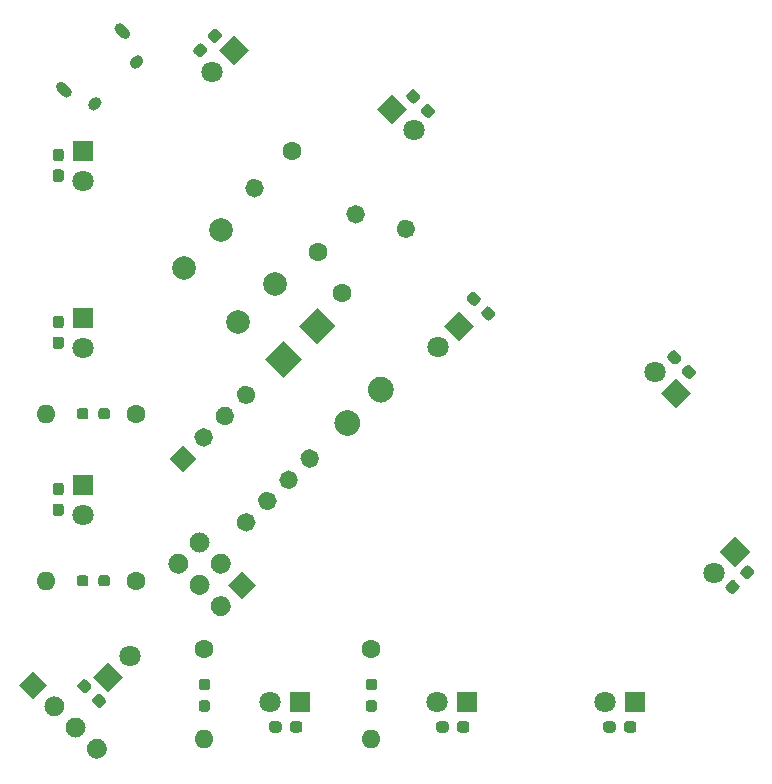
<source format=gts>
G04 #@! TF.GenerationSoftware,KiCad,Pcbnew,5.1.7-a382d34a88~90~ubuntu20.04.1*
G04 #@! TF.CreationDate,2022-01-21T18:01:13-05:00*
G04 #@! TF.ProjectId,cr2022012001-12-leds-board,63723230-3232-4303-9132-3030312d3132,rev?*
G04 #@! TF.SameCoordinates,Original*
G04 #@! TF.FileFunction,Soldermask,Top*
G04 #@! TF.FilePolarity,Negative*
%FSLAX46Y46*%
G04 Gerber Fmt 4.6, Leading zero omitted, Abs format (unit mm)*
G04 Created by KiCad (PCBNEW 5.1.7-a382d34a88~90~ubuntu20.04.1) date 2022-01-21 18:01:13*
%MOMM*%
%LPD*%
G01*
G04 APERTURE LIST*
%ADD10C,0.100000*%
%ADD11C,2.000000*%
%ADD12C,1.600000*%
%ADD13O,1.600000X1.600000*%
%ADD14C,1.800000*%
%ADD15R,1.800000X1.800000*%
G04 APERTURE END LIST*
G36*
G01*
X159492981Y-37610932D02*
X159026291Y-37144242D01*
G75*
G02*
X159026291Y-36514916I314663J314663D01*
G01*
X159026291Y-36514916D01*
G75*
G02*
X159655617Y-36514916I314663J-314663D01*
G01*
X160122307Y-36981606D01*
G75*
G02*
X160122307Y-37610932I-314663J-314663D01*
G01*
X160122307Y-37610932D01*
G75*
G02*
X159492981Y-37610932I-314663J314663D01*
G01*
G37*
G36*
G01*
X154543233Y-42560680D02*
X154076543Y-42093990D01*
G75*
G02*
X154076543Y-41464664I314663J314663D01*
G01*
X154076543Y-41464664D01*
G75*
G02*
X154705869Y-41464664I314663J-314663D01*
G01*
X155172559Y-41931354D01*
G75*
G02*
X155172559Y-42560680I-314663J-314663D01*
G01*
X155172559Y-42560680D01*
G75*
G02*
X154543233Y-42560680I-314663J314663D01*
G01*
G37*
G36*
G01*
X160334438Y-40121162D02*
X160334438Y-40121162D01*
G75*
G02*
X160334438Y-39449410I335876J335876D01*
G01*
X160546570Y-39237278D01*
G75*
G02*
X161218322Y-39237278I335876J-335876D01*
G01*
X161218322Y-39237278D01*
G75*
G02*
X161218322Y-39909030I-335876J-335876D01*
G01*
X161006190Y-40121162D01*
G75*
G02*
X160334438Y-40121162I-335876J335876D01*
G01*
G37*
G36*
G01*
X156798905Y-43656695D02*
X156798905Y-43656695D01*
G75*
G02*
X156798905Y-42984943I335876J335876D01*
G01*
X157011037Y-42772811D01*
G75*
G02*
X157682789Y-42772811I335876J-335876D01*
G01*
X157682789Y-42772811D01*
G75*
G02*
X157682789Y-43444563I-335876J-335876D01*
G01*
X157470657Y-43656695D01*
G75*
G02*
X156798905Y-43656695I-335876J335876D01*
G01*
G37*
G36*
G01*
X180423665Y-93717821D02*
X180898665Y-93717821D01*
G75*
G02*
X181136165Y-93955321I0J-237500D01*
G01*
X181136165Y-94455321D01*
G75*
G02*
X180898665Y-94692821I-237500J0D01*
G01*
X180423665Y-94692821D01*
G75*
G02*
X180186165Y-94455321I0J237500D01*
G01*
X180186165Y-93955321D01*
G75*
G02*
X180423665Y-93717821I237500J0D01*
G01*
G37*
G36*
G01*
X180423665Y-91892821D02*
X180898665Y-91892821D01*
G75*
G02*
X181136165Y-92130321I0J-237500D01*
G01*
X181136165Y-92630321D01*
G75*
G02*
X180898665Y-92867821I-237500J0D01*
G01*
X180423665Y-92867821D01*
G75*
G02*
X180186165Y-92630321I0J237500D01*
G01*
X180186165Y-92130321D01*
G75*
G02*
X180423665Y-91892821I237500J0D01*
G01*
G37*
G36*
G01*
X166281530Y-93717821D02*
X166756530Y-93717821D01*
G75*
G02*
X166994030Y-93955321I0J-237500D01*
G01*
X166994030Y-94455321D01*
G75*
G02*
X166756530Y-94692821I-237500J0D01*
G01*
X166281530Y-94692821D01*
G75*
G02*
X166044030Y-94455321I0J237500D01*
G01*
X166044030Y-93955321D01*
G75*
G02*
X166281530Y-93717821I237500J0D01*
G01*
G37*
G36*
G01*
X166281530Y-91892821D02*
X166756530Y-91892821D01*
G75*
G02*
X166994030Y-92130321I0J-237500D01*
G01*
X166994030Y-92630321D01*
G75*
G02*
X166756530Y-92867821I-237500J0D01*
G01*
X166281530Y-92867821D01*
G75*
G02*
X166044030Y-92630321I0J237500D01*
G01*
X166044030Y-92130321D01*
G75*
G02*
X166281530Y-91892821I237500J0D01*
G01*
G37*
G36*
G01*
X156696248Y-83361219D02*
X156696248Y-83836219D01*
G75*
G02*
X156458748Y-84073719I-237500J0D01*
G01*
X155958748Y-84073719D01*
G75*
G02*
X155721248Y-83836219I0J237500D01*
G01*
X155721248Y-83361219D01*
G75*
G02*
X155958748Y-83123719I237500J0D01*
G01*
X156458748Y-83123719D01*
G75*
G02*
X156696248Y-83361219I0J-237500D01*
G01*
G37*
G36*
G01*
X158521248Y-83361219D02*
X158521248Y-83836219D01*
G75*
G02*
X158283748Y-84073719I-237500J0D01*
G01*
X157783748Y-84073719D01*
G75*
G02*
X157546248Y-83836219I0J237500D01*
G01*
X157546248Y-83361219D01*
G75*
G02*
X157783748Y-83123719I237500J0D01*
G01*
X158283748Y-83123719D01*
G75*
G02*
X158521248Y-83361219I0J-237500D01*
G01*
G37*
G36*
G01*
X156696248Y-69219084D02*
X156696248Y-69694084D01*
G75*
G02*
X156458748Y-69931584I-237500J0D01*
G01*
X155958748Y-69931584D01*
G75*
G02*
X155721248Y-69694084I0J237500D01*
G01*
X155721248Y-69219084D01*
G75*
G02*
X155958748Y-68981584I237500J0D01*
G01*
X156458748Y-68981584D01*
G75*
G02*
X156696248Y-69219084I0J-237500D01*
G01*
G37*
G36*
G01*
X158521248Y-69219084D02*
X158521248Y-69694084D01*
G75*
G02*
X158283748Y-69931584I-237500J0D01*
G01*
X157783748Y-69931584D01*
G75*
G02*
X157546248Y-69694084I0J237500D01*
G01*
X157546248Y-69219084D01*
G75*
G02*
X157783748Y-68981584I237500J0D01*
G01*
X158283748Y-68981584D01*
G75*
G02*
X158521248Y-69219084I0J-237500D01*
G01*
G37*
G36*
G01*
X163711815Y-82757263D02*
X163711815Y-82757263D01*
G75*
G02*
X163711815Y-81555181I601041J601041D01*
G01*
X163711815Y-81555181D01*
G75*
G02*
X164913897Y-81555181I601041J-601041D01*
G01*
X164913897Y-81555181D01*
G75*
G02*
X164913897Y-82757263I-601041J-601041D01*
G01*
X164913897Y-82757263D01*
G75*
G02*
X163711815Y-82757263I-601041J601041D01*
G01*
G37*
G36*
G01*
X165507867Y-80961212D02*
X165507867Y-80961212D01*
G75*
G02*
X165507867Y-79759130I601041J601041D01*
G01*
X165507867Y-79759130D01*
G75*
G02*
X166709949Y-79759130I601041J-601041D01*
G01*
X166709949Y-79759130D01*
G75*
G02*
X166709949Y-80961212I-601041J-601041D01*
G01*
X166709949Y-80961212D01*
G75*
G02*
X165507867Y-80961212I-601041J601041D01*
G01*
G37*
G36*
G01*
X165507867Y-84553314D02*
X165507867Y-84553314D01*
G75*
G02*
X165507867Y-83351232I601041J601041D01*
G01*
X165507867Y-83351232D01*
G75*
G02*
X166709949Y-83351232I601041J-601041D01*
G01*
X166709949Y-83351232D01*
G75*
G02*
X166709949Y-84553314I-601041J-601041D01*
G01*
X166709949Y-84553314D01*
G75*
G02*
X165507867Y-84553314I-601041J601041D01*
G01*
G37*
G36*
G01*
X167303918Y-82757263D02*
X167303918Y-82757263D01*
G75*
G02*
X167303918Y-81555181I601041J601041D01*
G01*
X167303918Y-81555181D01*
G75*
G02*
X168506000Y-81555181I601041J-601041D01*
G01*
X168506000Y-81555181D01*
G75*
G02*
X168506000Y-82757263I-601041J-601041D01*
G01*
X168506000Y-82757263D01*
G75*
G02*
X167303918Y-82757263I-601041J601041D01*
G01*
G37*
G36*
G01*
X167303918Y-86349365D02*
X167303918Y-86349365D01*
G75*
G02*
X167303918Y-85147283I601041J601041D01*
G01*
X167303918Y-85147283D01*
G75*
G02*
X168506000Y-85147283I601041J-601041D01*
G01*
X168506000Y-85147283D01*
G75*
G02*
X168506000Y-86349365I-601041J-601041D01*
G01*
X168506000Y-86349365D01*
G75*
G02*
X167303918Y-86349365I-601041J601041D01*
G01*
G37*
D10*
G36*
X169701010Y-85154355D02*
G01*
X168498928Y-83952273D01*
X169701010Y-82750191D01*
X170903092Y-83952273D01*
X169701010Y-85154355D01*
G37*
G36*
G01*
X177846881Y-69470727D02*
X177846881Y-69470727D01*
G75*
G02*
X179402515Y-69470727I777817J-777817D01*
G01*
X179402515Y-69470727D01*
G75*
G02*
X179402515Y-71026361I-777817J-777817D01*
G01*
X179402515Y-71026361D01*
G75*
G02*
X177846881Y-71026361I-777817J777817D01*
G01*
X177846881Y-71026361D01*
G75*
G02*
X177846881Y-69470727I777817J777817D01*
G01*
G37*
G36*
X171680909Y-64860390D02*
G01*
X173236544Y-63304755D01*
X174792179Y-64860390D01*
X173236544Y-66416025D01*
X171680909Y-64860390D01*
G37*
G36*
G01*
X180675308Y-66642300D02*
X180675308Y-66642300D01*
G75*
G02*
X182230942Y-66642300I777817J-777817D01*
G01*
X182230942Y-66642300D01*
G75*
G02*
X182230942Y-68197934I-777817J-777817D01*
G01*
X182230942Y-68197934D01*
G75*
G02*
X180675308Y-68197934I-777817J777817D01*
G01*
X180675308Y-68197934D01*
G75*
G02*
X180675308Y-66642300I777817J777817D01*
G01*
G37*
G36*
X174509336Y-62031963D02*
G01*
X176064971Y-60476328D01*
X177620606Y-62031963D01*
X176064971Y-63587598D01*
X174509336Y-62031963D01*
G37*
G36*
G01*
X169488879Y-78083287D02*
X169488879Y-78083287D01*
G75*
G02*
X170620249Y-78083287I565685J-565685D01*
G01*
X170620249Y-78083287D01*
G75*
G02*
X170620249Y-79214657I-565685J-565685D01*
G01*
X170620249Y-79214657D01*
G75*
G02*
X169488879Y-79214657I-565685J565685D01*
G01*
X169488879Y-79214657D01*
G75*
G02*
X169488879Y-78083287I565685J565685D01*
G01*
G37*
G36*
G01*
X169488879Y-67306979D02*
X169488879Y-67306979D01*
G75*
G02*
X170620249Y-67306979I565685J-565685D01*
G01*
X170620249Y-67306979D01*
G75*
G02*
X170620249Y-68438349I-565685J-565685D01*
G01*
X170620249Y-68438349D01*
G75*
G02*
X169488879Y-68438349I-565685J565685D01*
G01*
X169488879Y-68438349D01*
G75*
G02*
X169488879Y-67306979I565685J565685D01*
G01*
G37*
G36*
G01*
X171284930Y-76287235D02*
X171284930Y-76287235D01*
G75*
G02*
X172416300Y-76287235I565685J-565685D01*
G01*
X172416300Y-76287235D01*
G75*
G02*
X172416300Y-77418605I-565685J-565685D01*
G01*
X172416300Y-77418605D01*
G75*
G02*
X171284930Y-77418605I-565685J565685D01*
G01*
X171284930Y-77418605D01*
G75*
G02*
X171284930Y-76287235I565685J565685D01*
G01*
G37*
G36*
G01*
X167692827Y-69103031D02*
X167692827Y-69103031D01*
G75*
G02*
X168824197Y-69103031I565685J-565685D01*
G01*
X168824197Y-69103031D01*
G75*
G02*
X168824197Y-70234401I-565685J-565685D01*
G01*
X168824197Y-70234401D01*
G75*
G02*
X167692827Y-70234401I-565685J565685D01*
G01*
X167692827Y-70234401D01*
G75*
G02*
X167692827Y-69103031I565685J565685D01*
G01*
G37*
G36*
G01*
X173080981Y-74491184D02*
X173080981Y-74491184D01*
G75*
G02*
X174212351Y-74491184I565685J-565685D01*
G01*
X174212351Y-74491184D01*
G75*
G02*
X174212351Y-75622554I-565685J-565685D01*
G01*
X174212351Y-75622554D01*
G75*
G02*
X173080981Y-75622554I-565685J565685D01*
G01*
X173080981Y-75622554D01*
G75*
G02*
X173080981Y-74491184I565685J565685D01*
G01*
G37*
G36*
G01*
X165896776Y-70899082D02*
X165896776Y-70899082D01*
G75*
G02*
X167028146Y-70899082I565685J-565685D01*
G01*
X167028146Y-70899082D01*
G75*
G02*
X167028146Y-72030452I-565685J-565685D01*
G01*
X167028146Y-72030452D01*
G75*
G02*
X165896776Y-72030452I-565685J565685D01*
G01*
X165896776Y-72030452D01*
G75*
G02*
X165896776Y-70899082I565685J565685D01*
G01*
G37*
G36*
G01*
X174877032Y-72695133D02*
X174877032Y-72695133D01*
G75*
G02*
X176008402Y-72695133I565685J-565685D01*
G01*
X176008402Y-72695133D01*
G75*
G02*
X176008402Y-73826503I-565685J-565685D01*
G01*
X176008402Y-73826503D01*
G75*
G02*
X174877032Y-73826503I-565685J565685D01*
G01*
X174877032Y-73826503D01*
G75*
G02*
X174877032Y-72695133I565685J565685D01*
G01*
G37*
G36*
X163535039Y-73260818D02*
G01*
X164666410Y-72129447D01*
X165797781Y-73260818D01*
X164666410Y-74392189D01*
X163535039Y-73260818D01*
G37*
D11*
X167933243Y-53900235D03*
X164751262Y-57082215D03*
X172529437Y-58496429D03*
X169347456Y-61678410D03*
G36*
G01*
X178766120Y-52005189D02*
X178766120Y-52005189D01*
G75*
G02*
X179897490Y-52005189I565685J-565685D01*
G01*
X179897490Y-52005189D01*
G75*
G02*
X179897490Y-53136559I-565685J-565685D01*
G01*
X179897490Y-53136559D01*
G75*
G02*
X178766120Y-53136559I-565685J565685D01*
G01*
X178766120Y-53136559D01*
G75*
G02*
X178766120Y-52005189I565685J565685D01*
G01*
G37*
D12*
X173943651Y-47182720D03*
G36*
G01*
X171327355Y-50930385D02*
X171327355Y-50930385D01*
G75*
G02*
X170195985Y-50930385I-565685J565685D01*
G01*
X170195985Y-50930385D01*
G75*
G02*
X170195985Y-49799015I565685J565685D01*
G01*
X170195985Y-49799015D01*
G75*
G02*
X171327355Y-49799015I565685J-565685D01*
G01*
X171327355Y-49799015D01*
G75*
G02*
X171327355Y-50930385I-565685J-565685D01*
G01*
G37*
X176149824Y-55752854D03*
G36*
G01*
X183008761Y-54381066D02*
X183008761Y-54381066D01*
G75*
G02*
X183008761Y-53249696I565685J565685D01*
G01*
X183008761Y-53249696D01*
G75*
G02*
X184140131Y-53249696I565685J-565685D01*
G01*
X184140131Y-53249696D01*
G75*
G02*
X184140131Y-54381066I-565685J-565685D01*
G01*
X184140131Y-54381066D01*
G75*
G02*
X183008761Y-54381066I-565685J565685D01*
G01*
G37*
X178186292Y-59203535D03*
D13*
X180661165Y-97033748D03*
D12*
X180661165Y-89413748D03*
D13*
X166519030Y-97033748D03*
D12*
X166519030Y-89413748D03*
D13*
X153084001Y-83598719D03*
D12*
X160704001Y-83598719D03*
D13*
X153084001Y-69456584D03*
D12*
X160704001Y-69456584D03*
G36*
G01*
X156810454Y-98426749D02*
X156810454Y-98426749D01*
G75*
G02*
X156810454Y-97224667I601041J601041D01*
G01*
X156810454Y-97224667D01*
G75*
G02*
X158012536Y-97224667I601041J-601041D01*
G01*
X158012536Y-97224667D01*
G75*
G02*
X158012536Y-98426749I-601041J-601041D01*
G01*
X158012536Y-98426749D01*
G75*
G02*
X156810454Y-98426749I-601041J601041D01*
G01*
G37*
G36*
G01*
X155014402Y-96630697D02*
X155014402Y-96630697D01*
G75*
G02*
X155014402Y-95428615I601041J601041D01*
G01*
X155014402Y-95428615D01*
G75*
G02*
X156216484Y-95428615I601041J-601041D01*
G01*
X156216484Y-95428615D01*
G75*
G02*
X156216484Y-96630697I-601041J-601041D01*
G01*
X156216484Y-96630697D01*
G75*
G02*
X155014402Y-96630697I-601041J601041D01*
G01*
G37*
G36*
G01*
X153218351Y-94834646D02*
X153218351Y-94834646D01*
G75*
G02*
X153218351Y-93632564I601041J601041D01*
G01*
X153218351Y-93632564D01*
G75*
G02*
X154420433Y-93632564I601041J-601041D01*
G01*
X154420433Y-93632564D01*
G75*
G02*
X154420433Y-94834646I-601041J-601041D01*
G01*
X154420433Y-94834646D01*
G75*
G02*
X153218351Y-94834646I-601041J601041D01*
G01*
G37*
D10*
G36*
X152023341Y-93639636D02*
G01*
X150821259Y-92437554D01*
X152023341Y-91235472D01*
X153225423Y-92437554D01*
X152023341Y-93639636D01*
G37*
G36*
G01*
X153907161Y-77063312D02*
X154382161Y-77063312D01*
G75*
G02*
X154619661Y-77300812I0J-237500D01*
G01*
X154619661Y-77875812D01*
G75*
G02*
X154382161Y-78113312I-237500J0D01*
G01*
X153907161Y-78113312D01*
G75*
G02*
X153669661Y-77875812I0J237500D01*
G01*
X153669661Y-77300812D01*
G75*
G02*
X153907161Y-77063312I237500J0D01*
G01*
G37*
G36*
G01*
X153907161Y-75313312D02*
X154382161Y-75313312D01*
G75*
G02*
X154619661Y-75550812I0J-237500D01*
G01*
X154619661Y-76125812D01*
G75*
G02*
X154382161Y-76363312I-237500J0D01*
G01*
X153907161Y-76363312D01*
G75*
G02*
X153669661Y-76125812I0J237500D01*
G01*
X153669661Y-75550812D01*
G75*
G02*
X153907161Y-75313312I237500J0D01*
G01*
G37*
G36*
G01*
X153907161Y-62921177D02*
X154382161Y-62921177D01*
G75*
G02*
X154619661Y-63158677I0J-237500D01*
G01*
X154619661Y-63733677D01*
G75*
G02*
X154382161Y-63971177I-237500J0D01*
G01*
X153907161Y-63971177D01*
G75*
G02*
X153669661Y-63733677I0J237500D01*
G01*
X153669661Y-63158677D01*
G75*
G02*
X153907161Y-62921177I237500J0D01*
G01*
G37*
G36*
G01*
X153907161Y-61171177D02*
X154382161Y-61171177D01*
G75*
G02*
X154619661Y-61408677I0J-237500D01*
G01*
X154619661Y-61983677D01*
G75*
G02*
X154382161Y-62221177I-237500J0D01*
G01*
X153907161Y-62221177D01*
G75*
G02*
X153669661Y-61983677I0J237500D01*
G01*
X153669661Y-61408677D01*
G75*
G02*
X153907161Y-61171177I237500J0D01*
G01*
G37*
G36*
G01*
X153907161Y-48779041D02*
X154382161Y-48779041D01*
G75*
G02*
X154619661Y-49016541I0J-237500D01*
G01*
X154619661Y-49591541D01*
G75*
G02*
X154382161Y-49829041I-237500J0D01*
G01*
X153907161Y-49829041D01*
G75*
G02*
X153669661Y-49591541I0J237500D01*
G01*
X153669661Y-49016541D01*
G75*
G02*
X153907161Y-48779041I237500J0D01*
G01*
G37*
G36*
G01*
X153907161Y-47029041D02*
X154382161Y-47029041D01*
G75*
G02*
X154619661Y-47266541I0J-237500D01*
G01*
X154619661Y-47841541D01*
G75*
G02*
X154382161Y-48079041I-237500J0D01*
G01*
X153907161Y-48079041D01*
G75*
G02*
X153669661Y-47841541I0J237500D01*
G01*
X153669661Y-47266541D01*
G75*
G02*
X153907161Y-47029041I237500J0D01*
G01*
G37*
D14*
X156265981Y-78006991D03*
D15*
X156265981Y-75466991D03*
D14*
X156265981Y-63864856D03*
D15*
X156265981Y-61324856D03*
D14*
X156265981Y-49722720D03*
D15*
X156265981Y-47182720D03*
G36*
G01*
X166368770Y-38158269D02*
X166704646Y-38494145D01*
G75*
G02*
X166704646Y-38830021I-167938J-167938D01*
G01*
X166298060Y-39236607D01*
G75*
G02*
X165962184Y-39236607I-167938J167938D01*
G01*
X165626308Y-38900731D01*
G75*
G02*
X165626308Y-38564855I167938J167938D01*
G01*
X166032894Y-38158269D01*
G75*
G02*
X166368770Y-38158269I167938J-167938D01*
G01*
G37*
G36*
G01*
X167606206Y-36920833D02*
X167942082Y-37256709D01*
G75*
G02*
X167942082Y-37592585I-167938J-167938D01*
G01*
X167535496Y-37999171D01*
G75*
G02*
X167199620Y-37999171I-167938J167938D01*
G01*
X166863744Y-37663295D01*
G75*
G02*
X166863744Y-37327419I167938J167938D01*
G01*
X167270330Y-36920833D01*
G75*
G02*
X167606206Y-36920833I167938J-167938D01*
G01*
G37*
G36*
G01*
X184894967Y-43620670D02*
X185230843Y-43284794D01*
G75*
G02*
X185566719Y-43284794I167938J-167938D01*
G01*
X185973305Y-43691380D01*
G75*
G02*
X185973305Y-44027256I-167938J-167938D01*
G01*
X185637429Y-44363132D01*
G75*
G02*
X185301553Y-44363132I-167938J167938D01*
G01*
X184894967Y-43956546D01*
G75*
G02*
X184894967Y-43620670I167938J167938D01*
G01*
G37*
G36*
G01*
X183657531Y-42383234D02*
X183993407Y-42047358D01*
G75*
G02*
X184329283Y-42047358I167938J-167938D01*
G01*
X184735869Y-42453944D01*
G75*
G02*
X184735869Y-42789820I-167938J-167938D01*
G01*
X184399993Y-43125696D01*
G75*
G02*
X184064117Y-43125696I-167938J167938D01*
G01*
X183657531Y-42719110D01*
G75*
G02*
X183657531Y-42383234I167938J167938D01*
G01*
G37*
G36*
G01*
X190021491Y-60768009D02*
X190357367Y-60432133D01*
G75*
G02*
X190693243Y-60432133I167938J-167938D01*
G01*
X191099829Y-60838719D01*
G75*
G02*
X191099829Y-61174595I-167938J-167938D01*
G01*
X190763953Y-61510471D01*
G75*
G02*
X190428077Y-61510471I-167938J167938D01*
G01*
X190021491Y-61103885D01*
G75*
G02*
X190021491Y-60768009I167938J167938D01*
G01*
G37*
G36*
G01*
X188784055Y-59530573D02*
X189119931Y-59194697D01*
G75*
G02*
X189455807Y-59194697I167938J-167938D01*
G01*
X189862393Y-59601283D01*
G75*
G02*
X189862393Y-59937159I-167938J-167938D01*
G01*
X189526517Y-60273035D01*
G75*
G02*
X189190641Y-60273035I-167938J167938D01*
G01*
X188784055Y-59866449D01*
G75*
G02*
X188784055Y-59530573I167938J167938D01*
G01*
G37*
D14*
X167197852Y-40493490D03*
D10*
G36*
X168993903Y-37424647D02*
G01*
X170266695Y-38697439D01*
X168993903Y-39970231D01*
X167721111Y-38697439D01*
X168993903Y-37424647D01*
G37*
D14*
X184224983Y-45443237D03*
D10*
G36*
X181156140Y-43647186D02*
G01*
X182428932Y-42374394D01*
X183701724Y-43647186D01*
X182428932Y-44919978D01*
X181156140Y-43647186D01*
G37*
D14*
X186289735Y-63828014D03*
D10*
G36*
X188085786Y-60759171D02*
G01*
X189358578Y-62031963D01*
X188085786Y-63304755D01*
X186812994Y-62031963D01*
X188085786Y-60759171D01*
G37*
G36*
G01*
X206832955Y-64886906D02*
X206497079Y-65222782D01*
G75*
G02*
X206161203Y-65222782I-167938J167938D01*
G01*
X205754617Y-64816196D01*
G75*
G02*
X205754617Y-64480320I167938J167938D01*
G01*
X206090493Y-64144444D01*
G75*
G02*
X206426369Y-64144444I167938J-167938D01*
G01*
X206832955Y-64551030D01*
G75*
G02*
X206832955Y-64886906I-167938J-167938D01*
G01*
G37*
G36*
G01*
X208070391Y-66124342D02*
X207734515Y-66460218D01*
G75*
G02*
X207398639Y-66460218I-167938J167938D01*
G01*
X206992053Y-66053632D01*
G75*
G02*
X206992053Y-65717756I167938J167938D01*
G01*
X207327929Y-65381880D01*
G75*
G02*
X207663805Y-65381880I167938J-167938D01*
G01*
X208070391Y-65788466D01*
G75*
G02*
X208070391Y-66124342I-167938J-167938D01*
G01*
G37*
G36*
G01*
X211446827Y-83589880D02*
X211782703Y-83925756D01*
G75*
G02*
X211782703Y-84261632I-167938J-167938D01*
G01*
X211376117Y-84668218D01*
G75*
G02*
X211040241Y-84668218I-167938J167938D01*
G01*
X210704365Y-84332342D01*
G75*
G02*
X210704365Y-83996466I167938J167938D01*
G01*
X211110951Y-83589880D01*
G75*
G02*
X211446827Y-83589880I167938J-167938D01*
G01*
G37*
G36*
G01*
X212684263Y-82352444D02*
X213020139Y-82688320D01*
G75*
G02*
X213020139Y-83024196I-167938J-167938D01*
G01*
X212613553Y-83430782D01*
G75*
G02*
X212277677Y-83430782I-167938J167938D01*
G01*
X211941801Y-83094906D01*
G75*
G02*
X211941801Y-82759030I167938J167938D01*
G01*
X212348387Y-82352444D01*
G75*
G02*
X212684263Y-82352444I167938J-167938D01*
G01*
G37*
G36*
G01*
X201338708Y-95735588D02*
X201338708Y-96210588D01*
G75*
G02*
X201101208Y-96448088I-237500J0D01*
G01*
X200526208Y-96448088D01*
G75*
G02*
X200288708Y-96210588I0J237500D01*
G01*
X200288708Y-95735588D01*
G75*
G02*
X200526208Y-95498088I237500J0D01*
G01*
X201101208Y-95498088D01*
G75*
G02*
X201338708Y-95735588I0J-237500D01*
G01*
G37*
G36*
G01*
X203088708Y-95735588D02*
X203088708Y-96210588D01*
G75*
G02*
X202851208Y-96448088I-237500J0D01*
G01*
X202276208Y-96448088D01*
G75*
G02*
X202038708Y-96210588I0J237500D01*
G01*
X202038708Y-95735588D01*
G75*
G02*
X202276208Y-95498088I237500J0D01*
G01*
X202851208Y-95498088D01*
G75*
G02*
X203088708Y-95735588I0J-237500D01*
G01*
G37*
D14*
X204674512Y-65892766D03*
D10*
G36*
X207743355Y-67688817D02*
G01*
X206470563Y-68961609D01*
X205197771Y-67688817D01*
X206470563Y-66416025D01*
X207743355Y-67688817D01*
G37*
D14*
X209624259Y-82919897D03*
D10*
G36*
X211420310Y-79851054D02*
G01*
X212693102Y-81123846D01*
X211420310Y-82396638D01*
X210147518Y-81123846D01*
X211420310Y-79851054D01*
G37*
D14*
X200395029Y-93851768D03*
D15*
X202935029Y-93851768D03*
G36*
G01*
X187196572Y-95735588D02*
X187196572Y-96210588D01*
G75*
G02*
X186959072Y-96448088I-237500J0D01*
G01*
X186384072Y-96448088D01*
G75*
G02*
X186146572Y-96210588I0J237500D01*
G01*
X186146572Y-95735588D01*
G75*
G02*
X186384072Y-95498088I237500J0D01*
G01*
X186959072Y-95498088D01*
G75*
G02*
X187196572Y-95735588I0J-237500D01*
G01*
G37*
G36*
G01*
X188946572Y-95735588D02*
X188946572Y-96210588D01*
G75*
G02*
X188709072Y-96448088I-237500J0D01*
G01*
X188134072Y-96448088D01*
G75*
G02*
X187896572Y-96210588I0J237500D01*
G01*
X187896572Y-95735588D01*
G75*
G02*
X188134072Y-95498088I237500J0D01*
G01*
X188709072Y-95498088D01*
G75*
G02*
X188946572Y-95735588I0J-237500D01*
G01*
G37*
G36*
G01*
X173054437Y-95735588D02*
X173054437Y-96210588D01*
G75*
G02*
X172816937Y-96448088I-237500J0D01*
G01*
X172241937Y-96448088D01*
G75*
G02*
X172004437Y-96210588I0J237500D01*
G01*
X172004437Y-95735588D01*
G75*
G02*
X172241937Y-95498088I237500J0D01*
G01*
X172816937Y-95498088D01*
G75*
G02*
X173054437Y-95735588I0J-237500D01*
G01*
G37*
G36*
G01*
X174804437Y-95735588D02*
X174804437Y-96210588D01*
G75*
G02*
X174566937Y-96448088I-237500J0D01*
G01*
X173991937Y-96448088D01*
G75*
G02*
X173754437Y-96210588I0J237500D01*
G01*
X173754437Y-95735588D01*
G75*
G02*
X173991937Y-95498088I237500J0D01*
G01*
X174566937Y-95498088D01*
G75*
G02*
X174804437Y-95735588I0J-237500D01*
G01*
G37*
G36*
G01*
X157052637Y-93560086D02*
X157388513Y-93224210D01*
G75*
G02*
X157724389Y-93224210I167938J-167938D01*
G01*
X158130975Y-93630796D01*
G75*
G02*
X158130975Y-93966672I-167938J-167938D01*
G01*
X157795099Y-94302548D01*
G75*
G02*
X157459223Y-94302548I-167938J167938D01*
G01*
X157052637Y-93895962D01*
G75*
G02*
X157052637Y-93560086I167938J167938D01*
G01*
G37*
G36*
G01*
X155815201Y-92322650D02*
X156151077Y-91986774D01*
G75*
G02*
X156486953Y-91986774I167938J-167938D01*
G01*
X156893539Y-92393360D01*
G75*
G02*
X156893539Y-92729236I-167938J-167938D01*
G01*
X156557663Y-93065112D01*
G75*
G02*
X156221787Y-93065112I-167938J167938D01*
G01*
X155815201Y-92658526D01*
G75*
G02*
X155815201Y-92322650I167938J167938D01*
G01*
G37*
D14*
X186252893Y-93851768D03*
D15*
X188792893Y-93851768D03*
D14*
X172110758Y-93851768D03*
D15*
X174650758Y-93851768D03*
D14*
X160183353Y-89934396D03*
D10*
G36*
X158387302Y-93003239D02*
G01*
X157114510Y-91730447D01*
X158387302Y-90457655D01*
X159660094Y-91730447D01*
X158387302Y-93003239D01*
G37*
M02*

</source>
